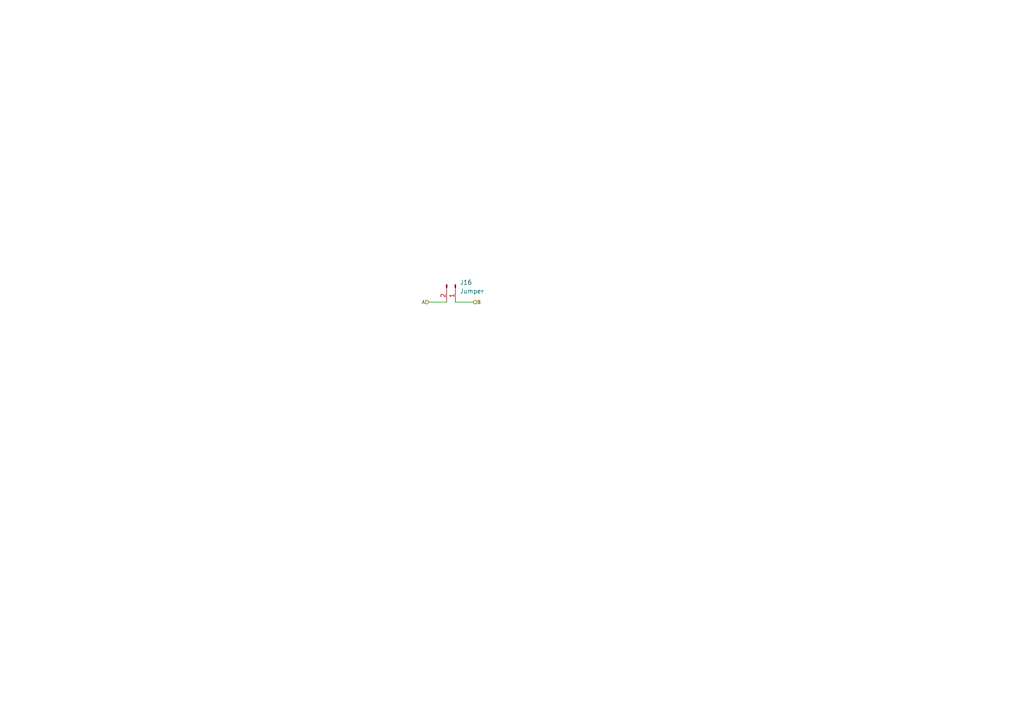
<source format=kicad_sch>
(kicad_sch (version 20231120) (generator "eeschema") (generator_version "8.0")
  (paper "A4")
  (title_block (date "2024-04-17") (rev "1.0"))
  (lib_symbols
    (symbol "Connector:Conn_01x02_Pin" (pin_names (offset 1.016) hide)
      (property "Reference" "J" (at 0 2.54 0))
      (property "Value" "Conn_01x02_Pin" (at 0 -5.08 0))
      (symbol "Conn_01x02_Pin_1_1"
        (polyline (pts (xy 1.27 -2.54) (xy 0.8636 -2.54)) (stroke (width 0.1524)))
        (polyline (pts (xy 1.27 0) (xy 0.8636 0)) (stroke (width 0.1524)))
        (rectangle (start 0.8636 -2.413) (end 0 -2.667) (stroke (width 0.1524)) (fill (type outline)))
        (rectangle (start 0.8636 0.127) (end 0 -0.127) (stroke (width 0.1524)) (fill (type outline)))
        (pin passive line (at 5.08 0 180) (length 3.81) (name "Pin_1") (number "1"))
        (pin passive line (at 5.08 -2.54 180) (length 3.81) (name "Pin_2") (number "2"))
      )
    )
  )
  (wire (pts (xy 124.46 87.63) (xy 129.54 87.63)))
  (wire (pts (xy 132.08 87.63) (xy 137.16 87.63)))
  (hierarchical_label "B" (shape input) (at 137.16 87.63 0) (effects (font (size 1 1))))
  (hierarchical_label "A" (shape input) (at 124.46 87.63 180) (effects (font (size 1 1))))
  (symbol (lib_id "Connector:Conn_01x02_Pin") (at 132.08 82.55 270) (unit 1)
    (property "Reference" "J16" (at 133.35 81.9149 90) (effects (justify left)))
    (property "Value" "Jumper" (at 133.35 84.4549 90) (effects (justify left)))
    (property "Footprint" "Connector_PinHeader_2.54mm:PinHeader_1x02_P2.54mm_Vertical" (effects (hide yes)))
    (property "Description" "Generic connector, single row, 01x02, script generated" (effects (hide yes)))
    (instances (project "Tracker" (path "" (reference "J16") (unit 1)) (path "" (reference "J17") (unit 1))))
  )
)
</source>
